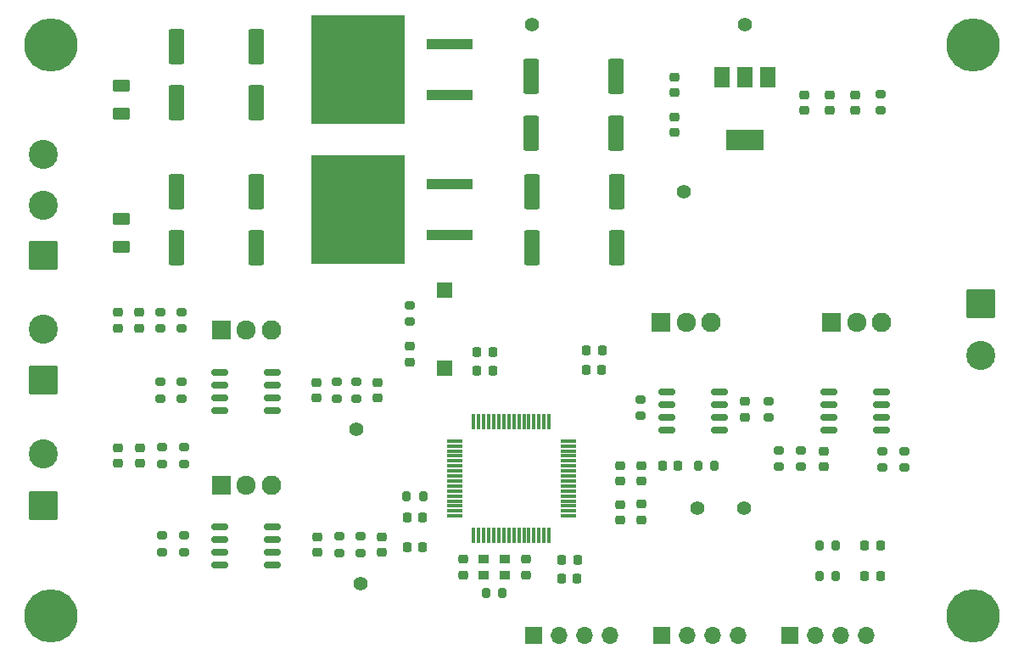
<source format=gbr>
%TF.GenerationSoftware,KiCad,Pcbnew,(6.0.2)*%
%TF.CreationDate,2022-04-24T20:48:30+08:00*%
%TF.ProjectId,wave_generator,77617665-5f67-4656-9e65-7261746f722e,rev?*%
%TF.SameCoordinates,Original*%
%TF.FileFunction,Soldermask,Top*%
%TF.FilePolarity,Negative*%
%FSLAX46Y46*%
G04 Gerber Fmt 4.6, Leading zero omitted, Abs format (unit mm)*
G04 Created by KiCad (PCBNEW (6.0.2)) date 2022-04-24 20:48:30*
%MOMM*%
%LPD*%
G01*
G04 APERTURE LIST*
G04 Aperture macros list*
%AMRoundRect*
0 Rectangle with rounded corners*
0 $1 Rounding radius*
0 $2 $3 $4 $5 $6 $7 $8 $9 X,Y pos of 4 corners*
0 Add a 4 corners polygon primitive as box body*
4,1,4,$2,$3,$4,$5,$6,$7,$8,$9,$2,$3,0*
0 Add four circle primitives for the rounded corners*
1,1,$1+$1,$2,$3*
1,1,$1+$1,$4,$5*
1,1,$1+$1,$6,$7*
1,1,$1+$1,$8,$9*
0 Add four rect primitives between the rounded corners*
20,1,$1+$1,$2,$3,$4,$5,0*
20,1,$1+$1,$4,$5,$6,$7,0*
20,1,$1+$1,$6,$7,$8,$9,0*
20,1,$1+$1,$8,$9,$2,$3,0*%
G04 Aperture macros list end*
%ADD10RoundRect,0.225000X0.225000X0.250000X-0.225000X0.250000X-0.225000X-0.250000X0.225000X-0.250000X0*%
%ADD11RoundRect,0.075000X0.075000X-0.700000X0.075000X0.700000X-0.075000X0.700000X-0.075000X-0.700000X0*%
%ADD12RoundRect,0.075000X0.700000X-0.075000X0.700000X0.075000X-0.700000X0.075000X-0.700000X-0.075000X0*%
%ADD13RoundRect,0.200000X0.275000X-0.200000X0.275000X0.200000X-0.275000X0.200000X-0.275000X-0.200000X0*%
%ADD14RoundRect,0.225000X-0.225000X-0.250000X0.225000X-0.250000X0.225000X0.250000X-0.225000X0.250000X0*%
%ADD15RoundRect,0.225000X0.250000X-0.225000X0.250000X0.225000X-0.250000X0.225000X-0.250000X-0.225000X0*%
%ADD16R,1.500000X1.500000*%
%ADD17RoundRect,0.225000X-0.250000X0.225000X-0.250000X-0.225000X0.250000X-0.225000X0.250000X0.225000X0*%
%ADD18R,4.600000X1.100000*%
%ADD19R,9.400000X10.800000*%
%ADD20RoundRect,0.200000X-0.762000X-0.762000X0.762000X-0.762000X0.762000X0.762000X-0.762000X0.762000X0*%
%ADD21C,1.924000*%
%ADD22C,1.940000*%
%ADD23RoundRect,0.150000X-0.675000X-0.150000X0.675000X-0.150000X0.675000X0.150000X-0.675000X0.150000X0*%
%ADD24RoundRect,0.250000X-0.550000X1.500000X-0.550000X-1.500000X0.550000X-1.500000X0.550000X1.500000X0*%
%ADD25RoundRect,0.200000X-0.275000X0.200000X-0.275000X-0.200000X0.275000X-0.200000X0.275000X0.200000X0*%
%ADD26RoundRect,0.200000X1.250000X-1.250000X1.250000X1.250000X-1.250000X1.250000X-1.250000X-1.250000X0*%
%ADD27C,2.900000*%
%ADD28C,5.304000*%
%ADD29R,1.000000X0.900000*%
%ADD30C,1.400000*%
%ADD31RoundRect,0.200000X0.200000X0.275000X-0.200000X0.275000X-0.200000X-0.275000X0.200000X-0.275000X0*%
%ADD32RoundRect,0.250000X0.625000X-0.375000X0.625000X0.375000X-0.625000X0.375000X-0.625000X-0.375000X0*%
%ADD33RoundRect,0.250000X0.550000X-1.500000X0.550000X1.500000X-0.550000X1.500000X-0.550000X-1.500000X0*%
%ADD34R,1.700000X1.700000*%
%ADD35O,1.700000X1.700000*%
%ADD36RoundRect,0.200000X-0.200000X-0.275000X0.200000X-0.275000X0.200000X0.275000X-0.200000X0.275000X0*%
%ADD37RoundRect,0.218750X-0.256250X0.218750X-0.256250X-0.218750X0.256250X-0.218750X0.256250X0.218750X0*%
%ADD38RoundRect,0.218750X0.218750X0.256250X-0.218750X0.256250X-0.218750X-0.256250X0.218750X-0.256250X0*%
%ADD39R,1.500000X2.000000*%
%ADD40R,3.800000X2.000000*%
%ADD41RoundRect,0.200000X-1.250000X1.250000X-1.250000X-1.250000X1.250000X-1.250000X1.250000X1.250000X0*%
G04 APERTURE END LIST*
D10*
%TO.C,C32*%
X156550000Y-120400000D03*
X155000000Y-120400000D03*
%TD*%
D11*
%TO.C,U8*%
X146200000Y-117975000D03*
X146700000Y-117975000D03*
X147200000Y-117975000D03*
X147700000Y-117975000D03*
X148200000Y-117975000D03*
X148700000Y-117975000D03*
X149200000Y-117975000D03*
X149700000Y-117975000D03*
X150200000Y-117975000D03*
X150700000Y-117975000D03*
X151200000Y-117975000D03*
X151700000Y-117975000D03*
X152200000Y-117975000D03*
X152700000Y-117975000D03*
X153200000Y-117975000D03*
X153700000Y-117975000D03*
D12*
X155625000Y-116050000D03*
X155625000Y-115550000D03*
X155625000Y-115050000D03*
X155625000Y-114550000D03*
X155625000Y-114050000D03*
X155625000Y-113550000D03*
X155625000Y-113050000D03*
X155625000Y-112550000D03*
X155625000Y-112050000D03*
X155625000Y-111550000D03*
X155625000Y-111050000D03*
X155625000Y-110550000D03*
X155625000Y-110050000D03*
X155625000Y-109550000D03*
X155625000Y-109050000D03*
X155625000Y-108550000D03*
D11*
X153700000Y-106625000D03*
X153200000Y-106625000D03*
X152700000Y-106625000D03*
X152200000Y-106625000D03*
X151700000Y-106625000D03*
X151200000Y-106625000D03*
X150700000Y-106625000D03*
X150200000Y-106625000D03*
X149700000Y-106625000D03*
X149200000Y-106625000D03*
X148700000Y-106625000D03*
X148200000Y-106625000D03*
X147700000Y-106625000D03*
X147200000Y-106625000D03*
X146700000Y-106625000D03*
X146200000Y-106625000D03*
D12*
X144275000Y-108550000D03*
X144275000Y-109050000D03*
X144275000Y-109550000D03*
X144275000Y-110050000D03*
X144275000Y-110550000D03*
X144275000Y-111050000D03*
X144275000Y-111550000D03*
X144275000Y-112050000D03*
X144275000Y-112550000D03*
X144275000Y-113050000D03*
X144275000Y-113550000D03*
X144275000Y-114050000D03*
X144275000Y-114550000D03*
X144275000Y-115050000D03*
X144275000Y-115550000D03*
X144275000Y-116050000D03*
%TD*%
D13*
%TO.C,R11*%
X115100000Y-119625000D03*
X115100000Y-117975000D03*
%TD*%
D14*
%TO.C,C33*%
X157425000Y-101500000D03*
X158975000Y-101500000D03*
%TD*%
D15*
%TO.C,C11*%
X179200000Y-75575000D03*
X179200000Y-74025000D03*
%TD*%
D16*
%TO.C,RST1*%
X143300000Y-93500000D03*
X143300000Y-101300000D03*
%TD*%
D17*
%TO.C,C24*%
X160800000Y-111025000D03*
X160800000Y-112575000D03*
%TD*%
D18*
%TO.C,U2*%
X143775000Y-88040000D03*
D19*
X134625000Y-85500000D03*
D18*
X143775000Y-82960000D03*
%TD*%
D13*
%TO.C,R4*%
X114900000Y-104325000D03*
X114900000Y-102675000D03*
%TD*%
D20*
%TO.C,RV3*%
X164900000Y-96700000D03*
D21*
X167400000Y-96700000D03*
D22*
X169900000Y-96700000D03*
%TD*%
D20*
%TO.C,RV2*%
X121000000Y-113000000D03*
D21*
X123500000Y-113000000D03*
D22*
X126000000Y-113000000D03*
%TD*%
D23*
%TO.C,U4*%
X120875000Y-101695000D03*
X120875000Y-102965000D03*
X120875000Y-104235000D03*
X120875000Y-105505000D03*
X126125000Y-105505000D03*
X126125000Y-104235000D03*
X126125000Y-102965000D03*
X126125000Y-101695000D03*
%TD*%
D24*
%TO.C,C5*%
X116500000Y-83700000D03*
X116500000Y-89300000D03*
%TD*%
D23*
%TO.C,U5*%
X120875000Y-117095000D03*
X120875000Y-118365000D03*
X120875000Y-119635000D03*
X120875000Y-120905000D03*
X126125000Y-120905000D03*
X126125000Y-119635000D03*
X126125000Y-118365000D03*
X126125000Y-117095000D03*
%TD*%
D15*
%TO.C,C22*%
X145150000Y-121925000D03*
X145150000Y-120375000D03*
%TD*%
D25*
%TO.C,R24*%
X186800000Y-73925000D03*
X186800000Y-75575000D03*
%TD*%
D26*
%TO.C,J2*%
X103200000Y-102500000D03*
D27*
X103200000Y-97365851D03*
%TD*%
D28*
%TO.C,W3*%
X104000000Y-126000000D03*
%TD*%
D23*
%TO.C,U6*%
X165425000Y-103645000D03*
X165425000Y-104915000D03*
X165425000Y-106185000D03*
X165425000Y-107455000D03*
X170675000Y-107455000D03*
X170675000Y-106185000D03*
X170675000Y-104915000D03*
X170675000Y-103645000D03*
%TD*%
D17*
%TO.C,C23*%
X151400000Y-120375000D03*
X151400000Y-121925000D03*
%TD*%
D13*
%TO.C,R18*%
X162850000Y-106075000D03*
X162850000Y-104425000D03*
%TD*%
D29*
%TO.C,X1*%
X149325000Y-120375000D03*
X147175000Y-120375000D03*
X147175000Y-121925000D03*
X149325000Y-121925000D03*
%TD*%
D30*
%TO.C,TP5*%
X152000000Y-67000000D03*
%TD*%
D14*
%TO.C,C26*%
X165025000Y-111000000D03*
X166575000Y-111000000D03*
%TD*%
D31*
%TO.C,R14*%
X141125000Y-114050000D03*
X139475000Y-114050000D03*
%TD*%
D25*
%TO.C,R15*%
X139850000Y-95025000D03*
X139850000Y-96675000D03*
%TD*%
D32*
%TO.C,F1*%
X111000000Y-75900000D03*
X111000000Y-73100000D03*
%TD*%
D25*
%TO.C,R6*%
X134500000Y-102675000D03*
X134500000Y-104325000D03*
%TD*%
D33*
%TO.C,C2*%
X116500000Y-74800000D03*
X116500000Y-69200000D03*
%TD*%
D13*
%TO.C,R19*%
X175650000Y-106225000D03*
X175650000Y-104575000D03*
%TD*%
D17*
%TO.C,C28*%
X181100000Y-109575000D03*
X181100000Y-111125000D03*
%TD*%
D15*
%TO.C,C27*%
X173250000Y-106175000D03*
X173250000Y-104625000D03*
%TD*%
D34*
%TO.C,J6*%
X152200000Y-128000000D03*
D35*
X154740000Y-128000000D03*
X157280000Y-128000000D03*
X159820000Y-128000000D03*
%TD*%
D32*
%TO.C,F2*%
X111000000Y-89200000D03*
X111000000Y-86400000D03*
%TD*%
D17*
%TO.C,C25*%
X162900000Y-111025000D03*
X162900000Y-112575000D03*
%TD*%
D13*
%TO.C,R22*%
X187000000Y-111225000D03*
X187000000Y-109575000D03*
%TD*%
D30*
%TO.C,TP3*%
X168550000Y-115250000D03*
%TD*%
D36*
%TO.C,R26*%
X180675000Y-122000000D03*
X182325000Y-122000000D03*
%TD*%
D26*
%TO.C,J3*%
X103200000Y-115000000D03*
D27*
X103200000Y-109865851D03*
%TD*%
D17*
%TO.C,C21*%
X139850000Y-99125000D03*
X139850000Y-100675000D03*
%TD*%
%TO.C,C10*%
X166200000Y-72215000D03*
X166200000Y-73765000D03*
%TD*%
D28*
%TO.C,W2*%
X196000000Y-69000000D03*
%TD*%
D20*
%TO.C,RV4*%
X181900000Y-96700000D03*
D21*
X184400000Y-96700000D03*
D22*
X186900000Y-96700000D03*
%TD*%
D17*
%TO.C,C31*%
X160800000Y-114900000D03*
X160800000Y-116450000D03*
%TD*%
%TO.C,C36*%
X162900000Y-114875000D03*
X162900000Y-116425000D03*
%TD*%
D30*
%TO.C,TP1*%
X134500000Y-107400000D03*
%TD*%
D24*
%TO.C,C4*%
X160400000Y-72200000D03*
X160400000Y-77800000D03*
%TD*%
D10*
%TO.C,C29*%
X141075000Y-116200000D03*
X139525000Y-116200000D03*
%TD*%
D30*
%TO.C,TP2*%
X134900000Y-122800000D03*
%TD*%
D37*
%TO.C,power*%
X184300000Y-74012500D03*
X184300000Y-75587500D03*
%TD*%
D10*
%TO.C,C34*%
X141075000Y-119150000D03*
X139525000Y-119150000D03*
%TD*%
D17*
%TO.C,C14*%
X112800000Y-95725000D03*
X112800000Y-97275000D03*
%TD*%
D23*
%TO.C,U7*%
X181675000Y-103645000D03*
X181675000Y-104915000D03*
X181675000Y-106185000D03*
X181675000Y-107455000D03*
X186925000Y-107455000D03*
X186925000Y-106185000D03*
X186925000Y-104915000D03*
X186925000Y-103645000D03*
%TD*%
D31*
%TO.C,R17*%
X170225000Y-111000000D03*
X168575000Y-111000000D03*
%TD*%
D38*
%TO.C,freq*%
X186787500Y-122000000D03*
X185212500Y-122000000D03*
%TD*%
D25*
%TO.C,R13*%
X134900000Y-118075000D03*
X134900000Y-119725000D03*
%TD*%
D39*
%TO.C,U3*%
X175550000Y-72250000D03*
X173250000Y-72250000D03*
D40*
X173250000Y-78550000D03*
D39*
X170950000Y-72250000D03*
%TD*%
D17*
%TO.C,C16*%
X110700000Y-109225000D03*
X110700000Y-110775000D03*
%TD*%
%TO.C,C9*%
X166200000Y-76225000D03*
X166200000Y-77775000D03*
%TD*%
D38*
%TO.C,amp*%
X186787500Y-119000000D03*
X185212500Y-119000000D03*
%TD*%
D13*
%TO.C,R2*%
X117000000Y-97325000D03*
X117000000Y-95675000D03*
%TD*%
D30*
%TO.C,TP4*%
X173200000Y-115250000D03*
%TD*%
D24*
%TO.C,C6*%
X124500000Y-83700000D03*
X124500000Y-89300000D03*
%TD*%
D17*
%TO.C,C13*%
X110700000Y-95725000D03*
X110700000Y-97275000D03*
%TD*%
D13*
%TO.C,R9*%
X117300000Y-119625000D03*
X117300000Y-117975000D03*
%TD*%
D14*
%TO.C,C38*%
X157450000Y-99550000D03*
X159000000Y-99550000D03*
%TD*%
D15*
%TO.C,C12*%
X181750000Y-75575000D03*
X181750000Y-74025000D03*
%TD*%
%TO.C,C18*%
X130600000Y-119675000D03*
X130600000Y-118125000D03*
%TD*%
D25*
%TO.C,R12*%
X132800000Y-118075000D03*
X132800000Y-119725000D03*
%TD*%
D17*
%TO.C,C17*%
X112900000Y-109225000D03*
X112900000Y-110775000D03*
%TD*%
D25*
%TO.C,R20*%
X178850000Y-109475000D03*
X178850000Y-111125000D03*
%TD*%
D15*
%TO.C,C19*%
X136550000Y-104275000D03*
X136550000Y-102725000D03*
%TD*%
D31*
%TO.C,R16*%
X149075000Y-123750000D03*
X147425000Y-123750000D03*
%TD*%
D18*
%TO.C,U1*%
X143775000Y-74040000D03*
D19*
X134625000Y-71500000D03*
D18*
X143775000Y-68960000D03*
%TD*%
D20*
%TO.C,RV1*%
X121000000Y-97500000D03*
D21*
X123500000Y-97500000D03*
D22*
X126000000Y-97500000D03*
%TD*%
D14*
%TO.C,C30*%
X146525000Y-101550000D03*
X148075000Y-101550000D03*
%TD*%
D30*
%TO.C,TP7*%
X167150000Y-83700000D03*
%TD*%
D33*
%TO.C,C7*%
X160500000Y-89300000D03*
X160500000Y-83700000D03*
%TD*%
D13*
%TO.C,R1*%
X114900000Y-97325000D03*
X114900000Y-95675000D03*
%TD*%
D28*
%TO.C,W1*%
X104000000Y-69000000D03*
%TD*%
D41*
%TO.C,J4*%
X196800000Y-94850000D03*
D27*
X196800000Y-99984149D03*
%TD*%
D13*
%TO.C,R7*%
X115100000Y-110825000D03*
X115100000Y-109175000D03*
%TD*%
D15*
%TO.C,C20*%
X137050000Y-119675000D03*
X137050000Y-118125000D03*
%TD*%
D33*
%TO.C,C8*%
X152000000Y-89300000D03*
X152000000Y-83700000D03*
%TD*%
D10*
%TO.C,C37*%
X156525000Y-122250000D03*
X154975000Y-122250000D03*
%TD*%
D13*
%TO.C,R3*%
X117000000Y-104325000D03*
X117000000Y-102675000D03*
%TD*%
D36*
%TO.C,R25*%
X180675000Y-119000000D03*
X182325000Y-119000000D03*
%TD*%
D28*
%TO.C,W4*%
X196000000Y-126000000D03*
%TD*%
D15*
%TO.C,C15*%
X130500000Y-104275000D03*
X130500000Y-102725000D03*
%TD*%
D34*
%TO.C,J5*%
X164950000Y-128000000D03*
D35*
X167490000Y-128000000D03*
X170030000Y-128000000D03*
X172570000Y-128000000D03*
%TD*%
D34*
%TO.C,J7*%
X177750000Y-128000000D03*
D35*
X180290000Y-128000000D03*
X182830000Y-128000000D03*
X185370000Y-128000000D03*
%TD*%
D30*
%TO.C,TP6*%
X173250000Y-67000000D03*
%TD*%
D25*
%TO.C,R21*%
X176650000Y-109475000D03*
X176650000Y-111125000D03*
%TD*%
D26*
%TO.C,J1*%
X103200000Y-90000000D03*
D27*
X103200000Y-85000000D03*
X103200000Y-80000000D03*
%TD*%
D13*
%TO.C,R23*%
X189200000Y-111225000D03*
X189200000Y-109575000D03*
%TD*%
D14*
%TO.C,C35*%
X146525000Y-99650000D03*
X148075000Y-99650000D03*
%TD*%
D33*
%TO.C,C1*%
X124500000Y-74800000D03*
X124500000Y-69200000D03*
%TD*%
D24*
%TO.C,C3*%
X151900000Y-72200000D03*
X151900000Y-77800000D03*
%TD*%
D25*
%TO.C,R5*%
X132500000Y-102675000D03*
X132500000Y-104325000D03*
%TD*%
%TO.C,R8*%
X117300000Y-109175000D03*
X117300000Y-110825000D03*
%TD*%
M02*

</source>
